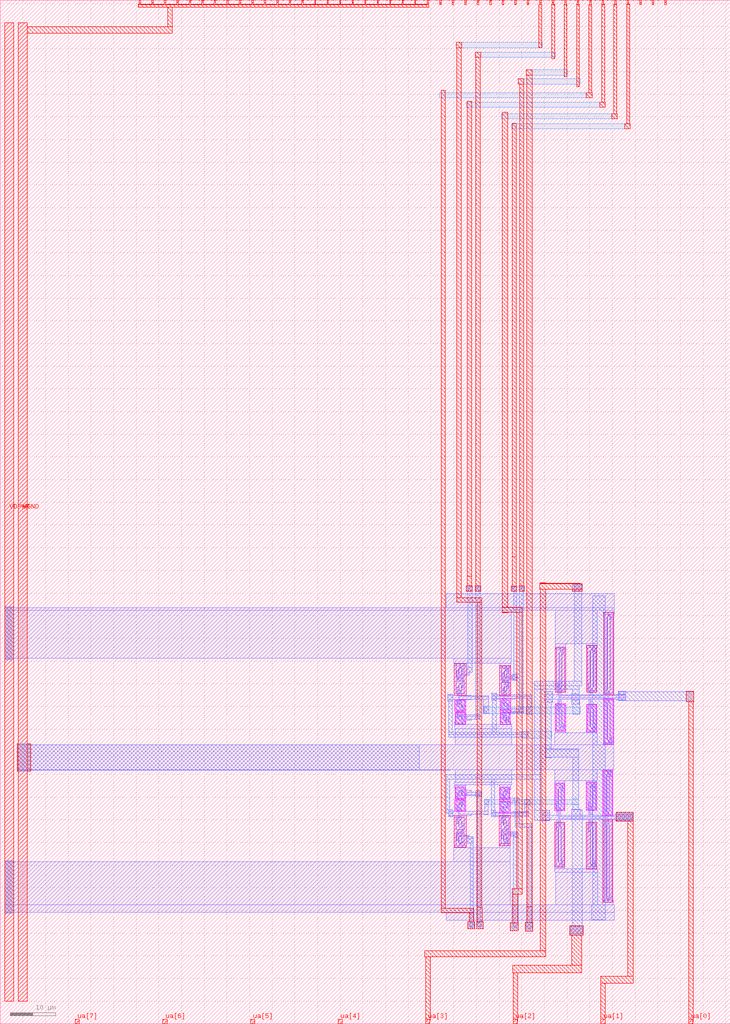
<source format=lef>
VERSION 5.7 ;
  NOWIREEXTENSIONATPIN ON ;
  DIVIDERCHAR "/" ;
  BUSBITCHARS "[]" ;
MACRO tt_um_sky25a_nurirfansyah_nauta
  CLASS BLOCK ;
  FOREIGN tt_um_sky25a_nurirfansyah_nauta ;
  ORIGIN 0.000 0.000 ;
  SIZE 161.000 BY 225.760 ;
  PIN clk
    DIRECTION INPUT ;
    USE SIGNAL ;
    PORT
      LAYER met4 ;
        RECT 143.830 224.760 144.130 225.760 ;
    END
  END clk
  PIN ena
    DIRECTION INPUT ;
    USE SIGNAL ;
    PORT
      LAYER met4 ;
        RECT 146.590 224.760 146.890 225.760 ;
    END
  END ena
  PIN rst_n
    DIRECTION INPUT ;
    USE SIGNAL ;
    PORT
      LAYER met4 ;
        RECT 141.070 224.760 141.370 225.760 ;
    END
  END rst_n
  PIN ua[0]
    DIRECTION INOUT ;
    USE SIGNAL ;
    ANTENNAGATEAREA 7.200000 ;
    PORT
      LAYER met4 ;
        RECT 151.810 0.000 152.710 1.000 ;
    END
  END ua[0]
  PIN ua[1]
    DIRECTION INOUT ;
    USE SIGNAL ;
    ANTENNAGATEAREA 7.200000 ;
    PORT
      LAYER met4 ;
        RECT 132.490 0.000 133.390 1.000 ;
    END
  END ua[1]
  PIN ua[2]
    DIRECTION INOUT ;
    USE SIGNAL ;
    ANTENNAGATEAREA 8.070000 ;
    ANTENNADIFFAREA 14.615999 ;
    PORT
      LAYER met4 ;
        RECT 113.170 0.000 114.070 1.000 ;
    END
  END ua[2]
  PIN ua[3]
    DIRECTION INOUT ;
    USE SIGNAL ;
    ANTENNAGATEAREA 8.070000 ;
    ANTENNADIFFAREA 14.615999 ;
    PORT
      LAYER met4 ;
        RECT 93.850 0.000 94.750 1.000 ;
    END
  END ua[3]
  PIN ua[4]
    DIRECTION INOUT ;
    USE SIGNAL ;
    PORT
      LAYER met4 ;
        RECT 74.530 0.000 75.430 1.000 ;
    END
  END ua[4]
  PIN ua[5]
    DIRECTION INOUT ;
    USE SIGNAL ;
    PORT
      LAYER met4 ;
        RECT 55.210 0.000 56.110 1.000 ;
    END
  END ua[5]
  PIN ua[6]
    DIRECTION INOUT ;
    USE SIGNAL ;
    PORT
      LAYER met4 ;
        RECT 35.890 0.000 36.790 1.000 ;
    END
  END ua[6]
  PIN ua[7]
    DIRECTION INOUT ;
    USE SIGNAL ;
    PORT
      LAYER met4 ;
        RECT 16.570 0.000 17.470 1.000 ;
    END
  END ua[7]
  PIN ui_in[0]
    DIRECTION INPUT ;
    USE SIGNAL ;
    ANTENNAGATEAREA 0.300000 ;
    PORT
      LAYER met4 ;
        RECT 138.310 224.760 138.610 225.760 ;
    END
  END ui_in[0]
  PIN ui_in[1]
    DIRECTION INPUT ;
    USE SIGNAL ;
    ANTENNAGATEAREA 0.300000 ;
    PORT
      LAYER met4 ;
        RECT 135.550 224.760 135.850 225.760 ;
    END
  END ui_in[1]
  PIN ui_in[2]
    DIRECTION INPUT ;
    USE SIGNAL ;
    ANTENNAGATEAREA 0.400000 ;
    PORT
      LAYER met4 ;
        RECT 132.790 224.760 133.090 225.760 ;
    END
  END ui_in[2]
  PIN ui_in[3]
    DIRECTION INPUT ;
    USE SIGNAL ;
    ANTENNAGATEAREA 0.400000 ;
    PORT
      LAYER met4 ;
        RECT 130.030 224.760 130.330 225.760 ;
    END
  END ui_in[3]
  PIN ui_in[4]
    DIRECTION INPUT ;
    USE SIGNAL ;
    ANTENNAGATEAREA 0.150000 ;
    PORT
      LAYER met4 ;
        RECT 127.270 224.760 127.570 225.760 ;
    END
  END ui_in[4]
  PIN ui_in[5]
    DIRECTION INPUT ;
    USE SIGNAL ;
    ANTENNAGATEAREA 0.150000 ;
    PORT
      LAYER met4 ;
        RECT 124.510 224.760 124.810 225.760 ;
    END
  END ui_in[5]
  PIN ui_in[6]
    DIRECTION INPUT ;
    USE SIGNAL ;
    ANTENNAGATEAREA 0.200000 ;
    PORT
      LAYER met4 ;
        RECT 121.750 224.760 122.050 225.760 ;
    END
  END ui_in[6]
  PIN ui_in[7]
    DIRECTION INPUT ;
    USE SIGNAL ;
    ANTENNAGATEAREA 0.200000 ;
    PORT
      LAYER met4 ;
        RECT 118.990 224.760 119.290 225.760 ;
    END
  END ui_in[7]
  PIN uio_in[0]
    DIRECTION INPUT ;
    USE SIGNAL ;
    PORT
      LAYER met4 ;
        RECT 116.230 224.760 116.530 225.760 ;
    END
  END uio_in[0]
  PIN uio_in[1]
    DIRECTION INPUT ;
    USE SIGNAL ;
    PORT
      LAYER met4 ;
        RECT 113.470 224.760 113.770 225.760 ;
    END
  END uio_in[1]
  PIN uio_in[2]
    DIRECTION INPUT ;
    USE SIGNAL ;
    PORT
      LAYER met4 ;
        RECT 110.710 224.760 111.010 225.760 ;
    END
  END uio_in[2]
  PIN uio_in[3]
    DIRECTION INPUT ;
    USE SIGNAL ;
    PORT
      LAYER met4 ;
        RECT 107.950 224.760 108.250 225.760 ;
    END
  END uio_in[3]
  PIN uio_in[4]
    DIRECTION INPUT ;
    USE SIGNAL ;
    PORT
      LAYER met4 ;
        RECT 105.190 224.760 105.490 225.760 ;
    END
  END uio_in[4]
  PIN uio_in[5]
    DIRECTION INPUT ;
    USE SIGNAL ;
    PORT
      LAYER met4 ;
        RECT 102.430 224.760 102.730 225.760 ;
    END
  END uio_in[5]
  PIN uio_in[6]
    DIRECTION INPUT ;
    USE SIGNAL ;
    PORT
      LAYER met4 ;
        RECT 99.670 224.760 99.970 225.760 ;
    END
  END uio_in[6]
  PIN uio_in[7]
    DIRECTION INPUT ;
    USE SIGNAL ;
    PORT
      LAYER met4 ;
        RECT 96.910 224.760 97.210 225.760 ;
    END
  END uio_in[7]
  PIN uio_oe[0]
    DIRECTION OUTPUT ;
    USE SIGNAL ;
    ANTENNADIFFAREA 37.691998 ;
    PORT
      LAYER met4 ;
        RECT 49.990 224.760 50.290 225.760 ;
    END
  END uio_oe[0]
  PIN uio_oe[1]
    DIRECTION OUTPUT ;
    USE SIGNAL ;
    ANTENNADIFFAREA 37.691998 ;
    PORT
      LAYER met4 ;
        RECT 47.230 224.760 47.530 225.760 ;
    END
  END uio_oe[1]
  PIN uio_oe[2]
    DIRECTION OUTPUT ;
    USE SIGNAL ;
    ANTENNADIFFAREA 37.691998 ;
    PORT
      LAYER met4 ;
        RECT 44.470 224.760 44.770 225.760 ;
    END
  END uio_oe[2]
  PIN uio_oe[3]
    DIRECTION OUTPUT ;
    USE SIGNAL ;
    ANTENNADIFFAREA 37.691998 ;
    PORT
      LAYER met4 ;
        RECT 41.710 224.760 42.010 225.760 ;
    END
  END uio_oe[3]
  PIN uio_oe[4]
    DIRECTION OUTPUT ;
    USE SIGNAL ;
    ANTENNADIFFAREA 37.691998 ;
    PORT
      LAYER met4 ;
        RECT 38.950 224.760 39.250 225.760 ;
    END
  END uio_oe[4]
  PIN uio_oe[5]
    DIRECTION OUTPUT ;
    USE SIGNAL ;
    ANTENNADIFFAREA 37.691998 ;
    PORT
      LAYER met4 ;
        RECT 36.190 224.760 36.490 225.760 ;
    END
  END uio_oe[5]
  PIN uio_oe[6]
    DIRECTION OUTPUT ;
    USE SIGNAL ;
    ANTENNADIFFAREA 37.691998 ;
    PORT
      LAYER met4 ;
        RECT 33.430 224.760 33.730 225.760 ;
    END
  END uio_oe[6]
  PIN uio_oe[7]
    DIRECTION OUTPUT ;
    USE SIGNAL ;
    ANTENNADIFFAREA 37.691998 ;
    PORT
      LAYER met4 ;
        RECT 30.670 224.760 30.970 225.760 ;
    END
  END uio_oe[7]
  PIN uio_out[0]
    DIRECTION OUTPUT ;
    USE SIGNAL ;
    ANTENNADIFFAREA 37.691998 ;
    PORT
      LAYER met4 ;
        RECT 72.070 224.760 72.370 225.760 ;
    END
  END uio_out[0]
  PIN uio_out[1]
    DIRECTION OUTPUT ;
    USE SIGNAL ;
    ANTENNADIFFAREA 37.691998 ;
    PORT
      LAYER met4 ;
        RECT 69.310 224.760 69.610 225.760 ;
    END
  END uio_out[1]
  PIN uio_out[2]
    DIRECTION OUTPUT ;
    USE SIGNAL ;
    ANTENNADIFFAREA 37.691998 ;
    PORT
      LAYER met4 ;
        RECT 66.550 224.760 66.850 225.760 ;
    END
  END uio_out[2]
  PIN uio_out[3]
    DIRECTION OUTPUT ;
    USE SIGNAL ;
    ANTENNADIFFAREA 37.691998 ;
    PORT
      LAYER met4 ;
        RECT 63.790 224.760 64.090 225.760 ;
    END
  END uio_out[3]
  PIN uio_out[4]
    DIRECTION OUTPUT ;
    USE SIGNAL ;
    ANTENNADIFFAREA 37.691998 ;
    PORT
      LAYER met4 ;
        RECT 61.030 224.760 61.330 225.760 ;
    END
  END uio_out[4]
  PIN uio_out[5]
    DIRECTION OUTPUT ;
    USE SIGNAL ;
    ANTENNADIFFAREA 37.691998 ;
    PORT
      LAYER met4 ;
        RECT 58.270 224.760 58.570 225.760 ;
    END
  END uio_out[5]
  PIN uio_out[6]
    DIRECTION OUTPUT ;
    USE SIGNAL ;
    ANTENNADIFFAREA 37.691998 ;
    PORT
      LAYER met4 ;
        RECT 55.510 224.760 55.810 225.760 ;
    END
  END uio_out[6]
  PIN uio_out[7]
    DIRECTION OUTPUT ;
    USE SIGNAL ;
    ANTENNADIFFAREA 37.691998 ;
    PORT
      LAYER met4 ;
        RECT 52.750 224.760 53.050 225.760 ;
    END
  END uio_out[7]
  PIN uo_out[0]
    DIRECTION OUTPUT ;
    USE SIGNAL ;
    ANTENNADIFFAREA 37.691998 ;
    PORT
      LAYER met4 ;
        RECT 94.150 224.760 94.450 225.760 ;
    END
  END uo_out[0]
  PIN uo_out[1]
    DIRECTION OUTPUT ;
    USE SIGNAL ;
    ANTENNADIFFAREA 37.691998 ;
    PORT
      LAYER met4 ;
        RECT 91.390 224.760 91.690 225.760 ;
    END
  END uo_out[1]
  PIN uo_out[2]
    DIRECTION OUTPUT ;
    USE SIGNAL ;
    ANTENNADIFFAREA 37.691998 ;
    PORT
      LAYER met4 ;
        RECT 88.630 224.760 88.930 225.760 ;
    END
  END uo_out[2]
  PIN uo_out[3]
    DIRECTION OUTPUT ;
    USE SIGNAL ;
    ANTENNADIFFAREA 37.691998 ;
    PORT
      LAYER met4 ;
        RECT 85.870 224.760 86.170 225.760 ;
    END
  END uo_out[3]
  PIN uo_out[4]
    DIRECTION OUTPUT ;
    USE SIGNAL ;
    ANTENNADIFFAREA 37.691998 ;
    PORT
      LAYER met4 ;
        RECT 83.110 224.760 83.410 225.760 ;
    END
  END uo_out[4]
  PIN uo_out[5]
    DIRECTION OUTPUT ;
    USE SIGNAL ;
    ANTENNADIFFAREA 37.691998 ;
    PORT
      LAYER met4 ;
        RECT 80.350 224.760 80.650 225.760 ;
    END
  END uo_out[5]
  PIN uo_out[6]
    DIRECTION OUTPUT ;
    USE SIGNAL ;
    ANTENNADIFFAREA 37.691998 ;
    PORT
      LAYER met4 ;
        RECT 77.590 224.760 77.890 225.760 ;
    END
  END uo_out[6]
  PIN uo_out[7]
    DIRECTION OUTPUT ;
    USE SIGNAL ;
    ANTENNADIFFAREA 37.691998 ;
    PORT
      LAYER met4 ;
        RECT 74.830 224.760 75.130 225.760 ;
    END
  END uo_out[7]
  PIN VDPWR
    DIRECTION INOUT ;
    USE POWER ;
    PORT
      LAYER met4 ;
        RECT 1.000 5.000 3.000 220.760 ;
    END
  END VDPWR
  PIN VGND
    DIRECTION INOUT ;
    USE GROUND ;
    PORT
      LAYER met4 ;
        RECT 4.000 5.000 6.000 220.760 ;
    END
  END VGND
  OBS
      LAYER nwell ;
        RECT 100.090 72.450 102.740 79.400 ;
        RECT 110.190 72.300 112.590 78.950 ;
        RECT 122.430 73.150 124.690 82.940 ;
        RECT 129.330 73.150 131.590 83.340 ;
        RECT 133.080 72.600 135.340 90.790 ;
      LAYER pwell ;
        RECT 100.290 68.910 102.650 71.510 ;
        RECT 110.280 69.150 112.540 71.750 ;
        RECT 100.300 66.150 102.660 68.750 ;
        RECT 110.290 68.700 112.540 69.150 ;
        RECT 110.230 68.650 112.540 68.700 ;
        RECT 110.230 66.100 112.490 68.650 ;
        RECT 122.430 64.650 124.690 70.550 ;
        RECT 129.330 64.400 131.590 70.500 ;
        RECT 133.080 61.600 135.340 71.700 ;
        RECT 100.300 49.600 102.660 52.200 ;
        RECT 110.130 49.550 112.390 52.100 ;
        RECT 110.130 49.500 112.440 49.550 ;
        RECT 100.290 46.840 102.650 49.440 ;
        RECT 110.190 49.050 112.440 49.500 ;
        RECT 110.180 46.450 112.440 49.050 ;
        RECT 122.280 47.000 124.540 52.900 ;
        RECT 129.280 47.050 131.540 53.150 ;
      LAYER nwell ;
        RECT 100.090 38.950 102.740 45.900 ;
        RECT 110.090 39.250 112.490 45.900 ;
      LAYER pwell ;
        RECT 132.880 45.850 135.140 55.950 ;
      LAYER nwell ;
        RECT 122.280 34.610 124.540 44.400 ;
        RECT 129.280 34.210 131.540 44.400 ;
        RECT 132.880 26.760 135.140 44.950 ;
      LAYER li1 ;
        RECT 133.040 90.300 135.390 90.750 ;
        RECT 122.440 82.600 124.690 83.150 ;
        RECT 129.290 82.950 131.640 83.450 ;
        RECT 122.610 82.590 124.510 82.600 ;
        RECT 100.090 79.000 102.740 79.450 ;
        RECT 100.420 76.520 100.590 79.000 ;
        RECT 101.220 78.500 101.620 78.670 ;
        RECT 100.990 77.245 101.160 78.285 ;
        RECT 101.680 77.245 101.850 78.285 ;
        RECT 101.220 76.860 101.620 77.030 ;
        RECT 102.250 76.520 102.420 79.000 ;
        RECT 110.190 78.500 112.590 78.900 ;
        RECT 100.420 76.350 102.420 76.520 ;
        RECT 110.460 78.440 112.360 78.500 ;
        RECT 100.890 75.600 101.940 76.350 ;
        RECT 110.460 75.950 110.630 78.440 ;
        RECT 111.245 77.930 111.575 78.100 ;
        RECT 111.030 76.675 111.200 77.715 ;
        RECT 111.620 76.675 111.790 77.715 ;
        RECT 111.245 76.290 111.575 76.460 ;
        RECT 112.190 75.950 112.360 78.440 ;
        RECT 110.460 75.780 112.360 75.950 ;
        RECT 100.440 75.430 102.440 75.600 ;
        RECT 100.440 72.940 100.610 75.430 ;
        RECT 101.240 74.920 101.640 75.090 ;
        RECT 101.010 73.665 101.180 74.705 ;
        RECT 101.700 73.665 101.870 74.705 ;
        RECT 101.240 73.280 101.640 73.450 ;
        RECT 102.270 72.940 102.440 75.430 ;
        RECT 110.640 75.360 112.190 75.780 ;
        RECT 100.440 72.770 102.440 72.940 ;
        RECT 110.460 75.190 112.360 75.360 ;
        RECT 110.460 72.700 110.630 75.190 ;
        RECT 111.245 74.680 111.575 74.850 ;
        RECT 111.030 73.425 111.200 74.465 ;
        RECT 111.620 73.425 111.790 74.465 ;
        RECT 111.245 73.040 111.575 73.210 ;
        RECT 112.190 72.700 112.360 75.190 ;
        RECT 122.610 73.500 122.780 82.590 ;
        RECT 123.395 82.080 123.725 82.250 ;
        RECT 123.180 74.225 123.350 81.865 ;
        RECT 123.770 74.225 123.940 81.865 ;
        RECT 123.395 73.840 123.725 74.010 ;
        RECT 124.340 73.500 124.510 82.590 ;
        RECT 122.610 73.330 124.510 73.500 ;
        RECT 129.510 73.500 129.680 82.950 ;
        RECT 130.295 82.480 130.625 82.650 ;
        RECT 130.080 74.225 130.250 82.265 ;
        RECT 130.670 74.225 130.840 82.265 ;
        RECT 130.295 73.840 130.625 74.010 ;
        RECT 131.240 73.500 131.410 82.950 ;
        RECT 129.510 73.330 131.410 73.500 ;
        RECT 133.260 72.950 133.430 90.300 ;
        RECT 134.045 89.930 134.375 90.100 ;
        RECT 133.830 73.675 134.000 89.715 ;
        RECT 134.420 73.675 134.590 89.715 ;
        RECT 134.045 73.290 134.375 73.460 ;
        RECT 134.990 72.950 135.160 90.300 ;
        RECT 133.260 72.780 135.160 72.950 ;
        RECT 110.460 72.530 112.360 72.700 ;
        RECT 110.460 71.400 112.360 71.570 ;
        RECT 100.470 71.160 102.470 71.330 ;
        RECT 100.470 69.260 100.640 71.160 ;
        RECT 101.270 70.650 101.670 70.820 ;
        RECT 101.040 69.940 101.210 70.480 ;
        RECT 101.730 69.940 101.900 70.480 ;
        RECT 101.270 69.600 101.670 69.770 ;
        RECT 102.300 69.260 102.470 71.160 ;
        RECT 110.460 69.500 110.630 71.400 ;
        RECT 111.245 70.890 111.575 71.060 ;
        RECT 111.030 70.180 111.200 70.720 ;
        RECT 111.620 70.180 111.790 70.720 ;
        RECT 111.245 69.840 111.575 70.010 ;
        RECT 112.190 69.500 112.360 71.400 ;
        RECT 133.260 71.350 135.160 71.520 ;
        RECT 110.460 69.330 112.360 69.500 ;
        RECT 122.610 70.200 124.510 70.370 ;
        RECT 100.470 69.090 102.470 69.260 ;
        RECT 101.090 68.570 101.790 69.090 ;
        RECT 100.480 68.400 102.480 68.570 ;
        RECT 100.480 66.500 100.650 68.400 ;
        RECT 101.280 67.890 101.680 68.060 ;
        RECT 101.050 67.180 101.220 67.720 ;
        RECT 101.740 67.180 101.910 67.720 ;
        RECT 101.280 66.840 101.680 67.010 ;
        RECT 102.310 66.500 102.480 68.400 ;
        RECT 110.410 68.350 112.310 68.520 ;
        RECT 100.290 65.900 102.640 66.500 ;
        RECT 110.410 66.450 110.580 68.350 ;
        RECT 111.195 67.840 111.525 68.010 ;
        RECT 110.980 67.130 111.150 67.670 ;
        RECT 111.570 67.130 111.740 67.670 ;
        RECT 111.195 66.790 111.525 66.960 ;
        RECT 112.140 66.450 112.310 68.350 ;
        RECT 110.240 65.950 112.640 66.450 ;
        RECT 122.610 65.000 122.780 70.200 ;
        RECT 123.395 69.690 123.725 69.860 ;
        RECT 123.180 65.680 123.350 69.520 ;
        RECT 123.770 65.680 123.940 69.520 ;
        RECT 123.395 65.340 123.725 65.510 ;
        RECT 124.340 65.000 124.510 70.200 ;
        RECT 129.510 70.150 131.410 70.320 ;
        RECT 122.390 64.400 124.690 65.000 ;
        RECT 129.510 64.750 129.680 70.150 ;
        RECT 130.295 69.640 130.625 69.810 ;
        RECT 130.080 65.430 130.250 69.470 ;
        RECT 130.670 65.430 130.840 69.470 ;
        RECT 130.295 65.090 130.625 65.260 ;
        RECT 131.240 64.750 131.410 70.150 ;
        RECT 129.290 64.150 131.590 64.750 ;
        RECT 133.260 61.950 133.430 71.350 ;
        RECT 134.045 70.840 134.375 71.010 ;
        RECT 133.830 62.630 134.000 70.670 ;
        RECT 134.420 62.630 134.590 70.670 ;
        RECT 134.045 62.290 134.375 62.460 ;
        RECT 134.990 61.950 135.160 71.350 ;
        RECT 133.260 61.900 135.160 61.950 ;
        RECT 133.090 61.550 135.340 61.900 ;
        RECT 132.890 55.650 135.140 56.000 ;
        RECT 133.060 55.600 134.960 55.650 ;
        RECT 122.240 52.550 124.540 53.150 ;
        RECT 129.240 52.800 131.540 53.400 ;
        RECT 100.290 51.850 102.640 52.450 ;
        RECT 100.480 49.950 100.650 51.850 ;
        RECT 101.280 51.340 101.680 51.510 ;
        RECT 101.050 50.630 101.220 51.170 ;
        RECT 101.740 50.630 101.910 51.170 ;
        RECT 101.280 50.290 101.680 50.460 ;
        RECT 102.310 49.950 102.480 51.850 ;
        RECT 110.140 51.750 112.540 52.250 ;
        RECT 100.480 49.780 102.480 49.950 ;
        RECT 110.310 49.850 110.480 51.750 ;
        RECT 111.095 51.240 111.425 51.410 ;
        RECT 110.880 50.530 111.050 51.070 ;
        RECT 111.470 50.530 111.640 51.070 ;
        RECT 111.095 50.190 111.425 50.360 ;
        RECT 112.040 49.850 112.210 51.750 ;
        RECT 101.090 49.260 101.790 49.780 ;
        RECT 110.310 49.680 112.210 49.850 ;
        RECT 100.470 49.090 102.470 49.260 ;
        RECT 100.470 47.190 100.640 49.090 ;
        RECT 101.270 48.580 101.670 48.750 ;
        RECT 101.040 47.870 101.210 48.410 ;
        RECT 101.730 47.870 101.900 48.410 ;
        RECT 101.270 47.530 101.670 47.700 ;
        RECT 102.300 47.190 102.470 49.090 ;
        RECT 100.470 47.020 102.470 47.190 ;
        RECT 110.360 48.700 112.260 48.870 ;
        RECT 110.360 46.800 110.530 48.700 ;
        RECT 111.145 48.190 111.475 48.360 ;
        RECT 110.930 47.480 111.100 48.020 ;
        RECT 111.520 47.480 111.690 48.020 ;
        RECT 111.145 47.140 111.475 47.310 ;
        RECT 112.090 46.800 112.260 48.700 ;
        RECT 122.460 47.350 122.630 52.550 ;
        RECT 123.245 52.040 123.575 52.210 ;
        RECT 123.030 48.030 123.200 51.870 ;
        RECT 123.620 48.030 123.790 51.870 ;
        RECT 123.245 47.690 123.575 47.860 ;
        RECT 124.190 47.350 124.360 52.550 ;
        RECT 122.460 47.180 124.360 47.350 ;
        RECT 129.460 47.400 129.630 52.800 ;
        RECT 130.245 52.290 130.575 52.460 ;
        RECT 130.030 48.080 130.200 52.120 ;
        RECT 130.620 48.080 130.790 52.120 ;
        RECT 130.245 47.740 130.575 47.910 ;
        RECT 131.190 47.400 131.360 52.800 ;
        RECT 129.460 47.230 131.360 47.400 ;
        RECT 110.360 46.630 112.260 46.800 ;
        RECT 133.060 46.200 133.230 55.600 ;
        RECT 133.845 55.090 134.175 55.260 ;
        RECT 133.630 46.880 133.800 54.920 ;
        RECT 134.220 46.880 134.390 54.920 ;
        RECT 133.845 46.540 134.175 46.710 ;
        RECT 134.790 46.200 134.960 55.600 ;
        RECT 133.060 46.030 134.960 46.200 ;
        RECT 100.440 45.410 102.440 45.580 ;
        RECT 100.440 42.920 100.610 45.410 ;
        RECT 101.240 44.900 101.640 45.070 ;
        RECT 101.010 43.645 101.180 44.685 ;
        RECT 101.700 43.645 101.870 44.685 ;
        RECT 101.240 43.260 101.640 43.430 ;
        RECT 102.270 42.920 102.440 45.410 ;
        RECT 100.440 42.750 102.440 42.920 ;
        RECT 110.360 45.500 112.260 45.670 ;
        RECT 110.360 43.010 110.530 45.500 ;
        RECT 111.145 44.990 111.475 45.160 ;
        RECT 110.930 43.735 111.100 44.775 ;
        RECT 111.520 43.735 111.690 44.775 ;
        RECT 111.145 43.350 111.475 43.520 ;
        RECT 112.090 43.010 112.260 45.500 ;
        RECT 133.060 44.600 134.960 44.770 ;
        RECT 110.360 42.840 112.260 43.010 ;
        RECT 122.460 44.050 124.360 44.220 ;
        RECT 100.890 42.000 101.940 42.750 ;
        RECT 110.540 42.420 112.090 42.840 ;
        RECT 110.360 42.250 112.260 42.420 ;
        RECT 100.420 41.830 102.420 42.000 ;
        RECT 100.420 39.350 100.590 41.830 ;
        RECT 101.220 41.320 101.620 41.490 ;
        RECT 100.990 40.065 101.160 41.105 ;
        RECT 101.680 40.065 101.850 41.105 ;
        RECT 101.220 39.680 101.620 39.850 ;
        RECT 102.250 39.350 102.420 41.830 ;
        RECT 110.360 39.760 110.530 42.250 ;
        RECT 111.145 41.740 111.475 41.910 ;
        RECT 110.930 40.485 111.100 41.525 ;
        RECT 111.520 40.485 111.690 41.525 ;
        RECT 111.145 40.100 111.475 40.270 ;
        RECT 112.090 39.760 112.260 42.250 ;
        RECT 110.360 39.700 112.260 39.760 ;
        RECT 100.090 38.900 102.740 39.350 ;
        RECT 110.090 39.300 112.490 39.700 ;
        RECT 122.460 34.960 122.630 44.050 ;
        RECT 123.245 43.540 123.575 43.710 ;
        RECT 123.030 35.685 123.200 43.325 ;
        RECT 123.620 35.685 123.790 43.325 ;
        RECT 123.245 35.300 123.575 35.470 ;
        RECT 124.190 34.960 124.360 44.050 ;
        RECT 122.460 34.950 124.360 34.960 ;
        RECT 129.460 44.050 131.360 44.220 ;
        RECT 122.290 34.400 124.540 34.950 ;
        RECT 129.460 34.600 129.630 44.050 ;
        RECT 130.245 43.540 130.575 43.710 ;
        RECT 130.030 35.285 130.200 43.325 ;
        RECT 130.620 35.285 130.790 43.325 ;
        RECT 130.245 34.900 130.575 35.070 ;
        RECT 131.190 34.600 131.360 44.050 ;
        RECT 129.240 34.100 131.590 34.600 ;
        RECT 133.060 27.250 133.230 44.600 ;
        RECT 133.845 44.090 134.175 44.260 ;
        RECT 133.630 27.835 133.800 43.875 ;
        RECT 134.220 27.835 134.390 43.875 ;
        RECT 133.845 27.450 134.175 27.620 ;
        RECT 134.790 27.250 134.960 44.600 ;
        RECT 132.840 26.800 135.190 27.250 ;
      LAYER met1 ;
        RECT 103.140 95.450 104.140 96.450 ;
        RECT 104.890 95.400 105.890 96.400 ;
        RECT 112.940 95.400 113.940 96.400 ;
        RECT 114.490 95.350 115.490 96.350 ;
        RECT 126.590 95.400 128.240 96.950 ;
        RECT 1.000 91.750 3.000 92.000 ;
        RECT 98.340 91.750 135.440 94.850 ;
        RECT 1.000 91.150 135.440 91.750 ;
        RECT 1.000 80.600 112.740 91.150 ;
        RECT 122.440 83.850 131.690 91.150 ;
        RECT 133.040 90.300 135.390 91.150 ;
        RECT 133.990 89.900 134.390 90.150 ;
        RECT 134.590 89.695 134.940 90.300 ;
        RECT 122.440 82.600 124.690 83.850 ;
        RECT 129.290 82.950 131.640 83.850 ;
        RECT 123.390 82.050 123.740 82.350 ;
        RECT 123.940 81.845 124.140 82.600 ;
        RECT 130.290 82.400 130.640 82.750 ;
        RECT 130.840 82.245 131.140 82.950 ;
        RECT 1.000 80.250 3.000 80.600 ;
        RECT 100.040 79.500 112.740 80.600 ;
        RECT 100.090 79.000 102.740 79.500 ;
        RECT 101.240 78.450 101.640 78.750 ;
        RECT 101.840 78.265 102.190 79.000 ;
        RECT 100.960 77.950 101.190 78.265 ;
        RECT 100.690 77.265 101.190 77.950 ;
        RECT 101.650 77.600 102.190 78.265 ;
        RECT 101.650 77.265 101.880 77.600 ;
        RECT 103.040 77.550 104.140 78.600 ;
        RECT 110.190 78.500 112.590 79.500 ;
        RECT 111.240 77.950 111.590 78.250 ;
        RECT 111.265 77.900 111.555 77.950 ;
        RECT 111.790 77.695 112.040 78.500 ;
        RECT 103.040 77.500 104.040 77.550 ;
        RECT 100.690 76.250 101.040 77.265 ;
        RECT 101.240 77.050 101.600 77.060 ;
        RECT 103.040 77.050 103.490 77.500 ;
        RECT 111.000 77.400 111.230 77.695 ;
        RECT 101.240 76.750 103.490 77.050 ;
        RECT 110.740 76.695 111.230 77.400 ;
        RECT 111.590 77.150 112.040 77.695 ;
        RECT 111.590 76.695 111.820 77.150 ;
        RECT 112.990 76.850 113.990 77.050 ;
        RECT 100.690 75.900 102.190 76.250 ;
        RECT 101.240 74.850 101.640 75.150 ;
        RECT 101.840 74.685 102.190 75.900 ;
        RECT 110.740 75.700 111.040 76.695 ;
        RECT 112.690 76.550 113.990 76.850 ;
        RECT 111.240 76.200 113.990 76.550 ;
        RECT 112.690 75.850 113.990 76.200 ;
        RECT 112.990 75.750 113.990 75.850 ;
        RECT 110.740 75.400 112.090 75.700 ;
        RECT 100.980 74.200 101.210 74.685 ;
        RECT 100.790 73.685 101.210 74.200 ;
        RECT 101.670 74.200 102.190 74.685 ;
        RECT 111.240 74.650 111.590 74.950 ;
        RECT 111.790 74.445 112.090 75.400 ;
        RECT 123.150 74.900 123.380 81.845 ;
        RECT 101.670 73.685 101.900 74.200 ;
        RECT 111.000 73.950 111.230 74.445 ;
        RECT 98.740 72.500 99.840 72.700 ;
        RECT 100.790 72.500 101.040 73.685 ;
        RECT 98.740 71.500 101.040 72.500 ;
        RECT 98.740 71.150 99.840 71.500 ;
        RECT 100.790 70.460 101.040 71.500 ;
        RECT 101.240 72.500 101.690 73.500 ;
        RECT 110.840 73.445 111.230 73.950 ;
        RECT 111.590 73.900 112.090 74.445 ;
        RECT 122.940 74.245 123.380 74.900 ;
        RECT 123.740 81.350 124.140 81.845 ;
        RECT 123.740 74.245 123.970 81.350 ;
        RECT 130.050 75.200 130.280 82.245 ;
        RECT 129.790 74.245 130.280 75.200 ;
        RECT 130.640 81.550 131.140 82.245 ;
        RECT 130.640 74.245 130.870 81.550 ;
        RECT 111.590 73.445 111.820 73.900 ;
        RECT 108.440 72.550 109.540 72.850 ;
        RECT 101.240 72.300 103.840 72.500 ;
        RECT 101.240 72.150 107.690 72.300 ;
        RECT 108.440 72.200 110.290 72.550 ;
        RECT 110.840 72.200 111.040 73.445 ;
        RECT 101.240 71.600 107.740 72.150 ;
        RECT 101.240 71.500 103.840 71.600 ;
        RECT 101.240 70.600 101.690 71.500 ;
        RECT 100.790 70.050 101.240 70.460 ;
        RECT 101.010 69.960 101.240 70.050 ;
        RECT 101.700 70.200 101.930 70.460 ;
        RECT 101.700 69.960 102.140 70.200 ;
        RECT 101.240 69.550 101.690 69.800 ;
        RECT 101.890 68.950 102.140 69.960 ;
        RECT 100.790 68.750 102.140 68.950 ;
        RECT 100.790 67.700 101.040 68.750 ;
        RECT 106.540 68.350 107.740 71.600 ;
        RECT 108.440 71.800 111.040 72.200 ;
        RECT 108.440 71.550 110.290 71.800 ;
        RECT 108.440 71.300 109.540 71.550 ;
        RECT 110.840 70.700 111.040 71.800 ;
        RECT 111.240 72.200 111.590 73.300 ;
        RECT 119.990 72.550 121.840 73.300 ;
        RECT 122.940 72.550 123.190 74.245 ;
        RECT 112.590 72.200 117.140 72.550 ;
        RECT 111.240 71.800 117.140 72.200 ;
        RECT 111.240 70.850 111.590 71.800 ;
        RECT 112.590 71.750 117.140 71.800 ;
        RECT 112.590 71.550 113.590 71.750 ;
        RECT 110.840 70.200 111.230 70.700 ;
        RECT 111.590 70.550 111.820 70.700 ;
        RECT 111.590 70.200 112.040 70.550 ;
        RECT 111.240 69.800 111.590 70.050 ;
        RECT 111.790 69.400 112.040 70.200 ;
        RECT 116.240 69.950 117.140 71.750 ;
        RECT 119.990 71.550 123.190 72.550 ;
        RECT 119.990 70.950 121.840 71.550 ;
        RECT 110.790 69.150 112.040 69.400 ;
        RECT 112.590 69.450 113.590 69.500 ;
        RECT 114.390 69.450 115.490 69.950 ;
        RECT 101.240 67.850 105.890 68.100 ;
        RECT 100.790 67.450 101.250 67.700 ;
        RECT 101.020 67.200 101.250 67.450 ;
        RECT 101.710 67.500 101.940 67.700 ;
        RECT 101.710 67.200 102.140 67.500 ;
        RECT 101.240 66.800 101.690 67.050 ;
        RECT 101.840 66.500 102.140 67.200 ;
        RECT 102.840 67.150 105.890 67.850 ;
        RECT 110.790 67.650 111.040 69.150 ;
        RECT 112.590 68.850 115.490 69.450 ;
        RECT 111.240 68.650 115.490 68.850 ;
        RECT 111.240 68.500 113.590 68.650 ;
        RECT 111.240 68.040 111.590 68.500 ;
        RECT 114.390 68.350 115.490 68.650 ;
        RECT 116.040 68.300 117.290 69.950 ;
        RECT 122.940 69.500 123.190 71.550 ;
        RECT 123.390 72.550 123.740 74.050 ;
        RECT 125.990 72.550 127.740 72.750 ;
        RECT 129.790 72.550 130.090 74.245 ;
        RECT 130.315 74.000 130.605 74.040 ;
        RECT 133.800 74.000 134.030 89.695 ;
        RECT 130.290 72.550 130.640 74.000 ;
        RECT 133.640 73.695 134.030 74.000 ;
        RECT 134.390 89.250 134.940 89.695 ;
        RECT 134.390 73.695 134.620 89.250 ;
        RECT 123.390 72.350 133.040 72.550 ;
        RECT 133.640 72.350 133.840 73.695 ;
        RECT 134.065 73.400 134.355 73.490 ;
        RECT 123.390 71.900 133.840 72.350 ;
        RECT 123.390 71.550 133.040 71.900 ;
        RECT 123.390 69.650 123.740 71.550 ;
        RECT 125.990 70.450 127.740 71.550 ;
        RECT 122.940 68.950 123.380 69.500 ;
        RECT 111.215 67.810 111.590 68.040 ;
        RECT 111.240 67.800 111.590 67.810 ;
        RECT 110.790 67.350 111.180 67.650 ;
        RECT 110.950 67.150 111.180 67.350 ;
        RECT 111.540 67.500 111.770 67.650 ;
        RECT 111.540 67.150 112.040 67.500 ;
        RECT 102.840 66.900 103.840 67.150 ;
        RECT 111.240 66.990 111.590 67.000 ;
        RECT 111.215 66.760 111.590 66.990 ;
        RECT 111.240 66.750 111.590 66.760 ;
        RECT 100.290 66.100 102.640 66.500 ;
        RECT 111.740 66.450 112.040 67.150 ;
        RECT 110.240 66.100 112.640 66.450 ;
        RECT 100.290 65.050 112.790 66.100 ;
        RECT 123.150 65.700 123.380 68.950 ;
        RECT 123.740 66.150 123.970 69.500 ;
        RECT 129.790 69.450 130.090 71.550 ;
        RECT 130.290 69.600 130.640 71.550 ;
        RECT 133.640 70.650 133.840 71.900 ;
        RECT 134.040 72.350 134.390 73.400 ;
        RECT 136.250 72.700 137.950 73.350 ;
        RECT 135.990 72.550 137.950 72.700 ;
        RECT 135.140 72.350 137.950 72.550 ;
        RECT 134.040 71.900 137.950 72.350 ;
        RECT 134.040 71.200 134.390 71.900 ;
        RECT 135.140 71.550 137.950 71.900 ;
        RECT 135.990 71.400 137.950 71.550 ;
        RECT 135.990 71.300 137.640 71.400 ;
        RECT 134.040 70.800 134.440 71.200 ;
        RECT 133.640 70.200 134.030 70.650 ;
        RECT 129.790 68.700 130.280 69.450 ;
        RECT 123.740 65.700 124.240 66.150 ;
        RECT 123.390 65.250 123.740 65.550 ;
        RECT 3.700 61.500 6.700 61.700 ;
        RECT 100.390 61.550 112.790 65.050 ;
        RECT 123.940 65.000 124.240 65.700 ;
        RECT 130.050 65.450 130.280 68.700 ;
        RECT 130.640 66.250 130.870 69.450 ;
        RECT 130.640 65.450 131.140 66.250 ;
        RECT 122.390 64.200 124.690 65.000 ;
        RECT 130.290 64.950 130.640 65.300 ;
        RECT 130.840 64.750 131.140 65.450 ;
        RECT 129.290 64.200 131.590 64.750 ;
        RECT 122.240 61.550 131.690 64.200 ;
        RECT 133.800 62.650 134.030 70.200 ;
        RECT 134.390 63.080 134.620 70.650 ;
        RECT 134.390 62.650 134.830 63.080 ;
        RECT 134.065 62.460 134.355 62.490 ;
        RECT 134.050 62.120 134.390 62.460 ;
        RECT 134.620 61.900 134.830 62.650 ;
        RECT 133.040 61.550 135.340 61.900 ;
        RECT 98.390 61.500 135.340 61.550 ;
        RECT 3.700 56.000 135.340 61.500 ;
        RECT 3.700 55.900 99.350 56.000 ;
        RECT 3.700 55.700 6.700 55.900 ;
        RECT 100.390 53.300 112.790 56.000 ;
        RECT 100.290 52.750 112.790 53.300 ;
        RECT 122.240 53.550 131.690 56.000 ;
        RECT 132.840 55.650 135.140 56.000 ;
        RECT 133.850 55.090 134.190 55.430 ;
        RECT 133.865 55.060 134.155 55.090 ;
        RECT 134.420 54.900 134.630 55.650 ;
        RECT 100.290 51.850 102.640 52.750 ;
        RECT 101.240 51.300 101.690 51.550 ;
        RECT 101.840 51.150 102.140 51.850 ;
        RECT 110.140 51.750 112.540 52.750 ;
        RECT 122.240 52.550 124.540 53.550 ;
        RECT 129.240 52.800 131.540 53.550 ;
        RECT 123.240 52.000 123.590 52.300 ;
        RECT 123.790 51.850 124.090 52.550 ;
        RECT 130.240 52.250 130.590 52.600 ;
        RECT 130.790 52.100 131.090 52.800 ;
        RECT 101.020 50.900 101.250 51.150 ;
        RECT 100.790 50.650 101.250 50.900 ;
        RECT 101.710 50.850 102.140 51.150 ;
        RECT 102.840 51.100 103.840 51.450 ;
        RECT 111.140 51.440 111.490 51.450 ;
        RECT 104.840 51.100 106.090 51.400 ;
        RECT 111.115 51.210 111.490 51.440 ;
        RECT 111.140 51.200 111.490 51.210 ;
        RECT 101.710 50.650 101.940 50.850 ;
        RECT 100.790 49.600 101.040 50.650 ;
        RECT 102.840 50.500 106.090 51.100 ;
        RECT 111.640 51.050 111.940 51.750 ;
        RECT 110.850 50.850 111.080 51.050 ;
        RECT 101.240 50.300 106.090 50.500 ;
        RECT 110.690 50.550 111.080 50.850 ;
        RECT 111.440 50.700 111.940 51.050 ;
        RECT 111.440 50.550 111.670 50.700 ;
        RECT 101.240 50.250 103.540 50.300 ;
        RECT 104.990 50.200 106.040 50.300 ;
        RECT 100.790 49.400 102.140 49.600 ;
        RECT 101.240 48.550 101.690 48.800 ;
        RECT 101.890 48.390 102.140 49.400 ;
        RECT 101.010 48.300 101.240 48.390 ;
        RECT 100.790 47.890 101.240 48.300 ;
        RECT 101.700 48.150 102.140 48.390 ;
        RECT 106.740 48.350 107.740 49.500 ;
        RECT 110.690 49.050 110.940 50.550 ;
        RECT 111.140 50.390 111.490 50.400 ;
        RECT 111.115 50.160 111.490 50.390 ;
        RECT 111.140 49.700 111.490 50.160 ;
        RECT 113.340 49.700 114.440 49.750 ;
        RECT 111.140 49.350 114.440 49.700 ;
        RECT 110.690 48.800 111.940 49.050 ;
        RECT 101.700 47.890 101.930 48.150 ;
        RECT 98.890 46.850 99.840 47.150 ;
        RECT 100.790 46.850 101.040 47.890 ;
        RECT 98.890 45.850 101.040 46.850 ;
        RECT 98.890 45.700 99.840 45.850 ;
        RECT 100.790 44.665 101.040 45.850 ;
        RECT 101.240 46.850 101.690 47.750 ;
        RECT 106.890 46.850 107.590 48.350 ;
        RECT 111.140 48.150 111.490 48.400 ;
        RECT 111.690 48.000 111.940 48.800 ;
        RECT 112.490 48.700 114.440 49.350 ;
        RECT 115.540 48.250 116.840 49.550 ;
        RECT 123.000 48.600 123.230 51.850 ;
        RECT 110.740 47.500 111.130 48.000 ;
        RECT 111.490 47.650 111.940 48.000 ;
        RECT 111.490 47.500 111.720 47.650 ;
        RECT 101.240 46.150 107.590 46.850 ;
        RECT 101.240 45.850 103.840 46.150 ;
        RECT 106.890 46.100 107.590 46.150 ;
        RECT 108.290 46.650 109.240 47.050 ;
        RECT 108.290 46.400 110.190 46.650 ;
        RECT 110.740 46.400 110.940 47.500 ;
        RECT 108.290 46.000 110.940 46.400 ;
        RECT 101.240 44.850 101.690 45.850 ;
        RECT 108.290 45.650 110.190 46.000 ;
        RECT 108.290 45.600 109.240 45.650 ;
        RECT 110.740 44.755 110.940 46.000 ;
        RECT 111.140 46.400 111.490 47.350 ;
        RECT 115.640 46.750 116.590 48.250 ;
        RECT 122.790 48.050 123.230 48.600 ;
        RECT 123.590 51.400 124.090 51.850 ;
        RECT 123.590 48.050 123.820 51.400 ;
        RECT 130.000 48.850 130.230 52.100 ;
        RECT 129.740 48.100 130.230 48.850 ;
        RECT 130.590 51.300 131.090 52.100 ;
        RECT 130.590 48.100 130.820 51.300 ;
        RECT 113.140 46.650 116.590 46.750 ;
        RECT 112.490 46.400 116.590 46.650 ;
        RECT 111.140 46.000 116.590 46.400 ;
        RECT 111.140 44.900 111.490 46.000 ;
        RECT 112.490 45.650 116.590 46.000 ;
        RECT 119.390 46.000 121.140 47.100 ;
        RECT 122.790 46.000 123.040 48.050 ;
        RECT 119.390 45.000 123.040 46.000 ;
        RECT 119.390 44.800 121.140 45.000 ;
        RECT 100.790 44.150 101.210 44.665 ;
        RECT 100.980 43.665 101.210 44.150 ;
        RECT 101.670 44.150 101.900 44.665 ;
        RECT 110.740 44.250 111.130 44.755 ;
        RECT 101.670 43.665 102.190 44.150 ;
        RECT 110.900 43.755 111.130 44.250 ;
        RECT 111.490 44.300 111.720 44.755 ;
        RECT 111.490 43.755 111.990 44.300 ;
        RECT 101.240 43.200 101.640 43.500 ;
        RECT 101.840 42.450 102.190 43.665 ;
        RECT 111.140 43.250 111.490 43.550 ;
        RECT 111.690 42.800 111.990 43.755 ;
        RECT 100.690 42.100 102.190 42.450 ;
        RECT 110.640 42.500 111.990 42.800 ;
        RECT 122.790 43.305 123.040 45.000 ;
        RECT 123.240 46.000 123.590 47.900 ;
        RECT 126.040 46.000 127.890 47.350 ;
        RECT 129.740 46.000 130.040 48.100 ;
        RECT 130.240 46.000 130.590 47.950 ;
        RECT 133.600 47.350 133.830 54.900 ;
        RECT 133.440 46.900 133.830 47.350 ;
        RECT 134.190 54.470 134.630 54.900 ;
        RECT 134.190 46.900 134.420 54.470 ;
        RECT 123.240 45.650 132.840 46.000 ;
        RECT 133.440 45.650 133.640 46.900 ;
        RECT 123.240 45.200 133.640 45.650 ;
        RECT 123.240 45.000 132.840 45.200 ;
        RECT 123.240 43.500 123.590 45.000 ;
        RECT 129.740 43.305 130.040 45.000 ;
        RECT 130.240 43.550 130.590 45.000 ;
        RECT 133.440 43.855 133.640 45.200 ;
        RECT 133.840 46.350 134.240 46.750 ;
        RECT 133.840 45.650 134.190 46.350 ;
        RECT 135.900 46.250 139.550 46.700 ;
        RECT 135.640 46.000 139.550 46.250 ;
        RECT 134.940 45.650 139.550 46.000 ;
        RECT 133.840 45.200 139.550 45.650 ;
        RECT 133.840 44.150 134.190 45.200 ;
        RECT 134.940 45.000 139.550 45.200 ;
        RECT 135.640 44.850 139.550 45.000 ;
        RECT 135.900 44.700 139.550 44.850 ;
        RECT 133.865 44.060 134.155 44.150 ;
        RECT 133.440 43.550 133.830 43.855 ;
        RECT 130.265 43.510 130.555 43.550 ;
        RECT 122.790 42.650 123.230 43.305 ;
        RECT 100.690 41.085 101.040 42.100 ;
        RECT 101.240 41.300 103.490 41.600 ;
        RECT 101.240 41.290 101.600 41.300 ;
        RECT 103.040 41.200 103.490 41.300 ;
        RECT 110.640 41.505 110.940 42.500 ;
        RECT 113.090 42.350 114.290 42.400 ;
        RECT 112.590 42.000 114.290 42.350 ;
        RECT 111.140 41.650 114.290 42.000 ;
        RECT 100.690 40.400 101.190 41.085 ;
        RECT 100.960 40.085 101.190 40.400 ;
        RECT 101.650 40.750 101.880 41.085 ;
        RECT 101.650 40.085 102.190 40.750 ;
        RECT 101.240 39.600 101.640 39.900 ;
        RECT 101.840 39.350 102.190 40.085 ;
        RECT 103.040 39.850 104.290 41.200 ;
        RECT 110.640 40.800 111.130 41.505 ;
        RECT 110.900 40.505 111.130 40.800 ;
        RECT 111.490 41.050 111.720 41.505 ;
        RECT 112.590 41.350 114.290 41.650 ;
        RECT 111.490 40.505 111.940 41.050 ;
        RECT 113.090 41.000 114.290 41.350 ;
        RECT 111.165 40.250 111.455 40.300 ;
        RECT 111.140 39.950 111.490 40.250 ;
        RECT 111.690 39.700 111.940 40.505 ;
        RECT 100.090 38.800 102.740 39.350 ;
        RECT 110.090 38.800 112.490 39.700 ;
        RECT 1.000 35.700 3.000 35.950 ;
        RECT 100.040 35.700 112.490 38.800 ;
        RECT 123.000 35.705 123.230 42.650 ;
        RECT 123.590 36.200 123.820 43.305 ;
        RECT 129.740 42.350 130.230 43.305 ;
        RECT 123.590 35.705 123.990 36.200 ;
        RECT 1.000 26.300 112.490 35.700 ;
        RECT 123.240 35.200 123.590 35.500 ;
        RECT 123.790 34.950 123.990 35.705 ;
        RECT 130.000 35.305 130.230 42.350 ;
        RECT 130.590 36.000 130.820 43.305 ;
        RECT 130.590 35.305 131.090 36.000 ;
        RECT 122.290 34.150 124.540 34.950 ;
        RECT 130.240 34.800 130.590 35.150 ;
        RECT 130.790 34.600 131.090 35.305 ;
        RECT 129.240 34.150 131.590 34.600 ;
        RECT 122.290 33.400 131.740 34.150 ;
        RECT 122.540 26.300 131.740 33.400 ;
        RECT 133.600 27.855 133.830 43.550 ;
        RECT 134.190 28.300 134.420 43.855 ;
        RECT 134.190 27.855 134.740 28.300 ;
        RECT 133.790 27.400 134.190 27.650 ;
        RECT 134.390 27.250 134.740 27.855 ;
        RECT 132.840 26.300 135.190 27.250 ;
        RECT 1.000 24.550 135.440 26.300 ;
        RECT 1.000 24.400 3.000 24.550 ;
        RECT 98.390 22.850 135.440 24.550 ;
        RECT 103.590 21.300 104.590 22.300 ;
        RECT 105.090 21.400 106.090 22.400 ;
        RECT 113.190 21.300 114.190 22.300 ;
        RECT 115.990 21.000 117.340 22.350 ;
        RECT 125.800 19.850 128.500 21.550 ;
        RECT 126.140 19.800 128.390 19.850 ;
      LAYER met2 ;
        RECT 102.800 95.350 104.150 96.600 ;
        RECT 104.750 95.400 105.950 96.600 ;
        RECT 1.000 80.250 3.000 92.000 ;
        RECT 103.090 78.600 104.140 95.350 ;
        RECT 103.040 77.550 104.140 78.600 ;
        RECT 98.740 71.150 99.840 72.700 ;
        RECT 98.890 64.250 99.740 71.150 ;
        RECT 104.840 67.150 105.890 95.400 ;
        RECT 112.750 95.350 113.940 96.540 ;
        RECT 114.450 95.350 115.550 96.550 ;
        RECT 126.200 95.400 128.400 97.050 ;
        RECT 113.240 77.050 113.940 95.350 ;
        RECT 112.990 75.750 113.990 77.050 ;
        RECT 108.440 71.300 109.540 72.850 ;
        RECT 106.590 68.450 107.690 70.050 ;
        RECT 108.540 64.250 109.390 71.300 ;
        RECT 114.490 69.950 115.340 95.350 ;
        RECT 117.790 75.500 119.390 75.550 ;
        RECT 126.590 75.500 128.240 95.400 ;
        RECT 117.740 74.500 128.240 75.500 ;
        RECT 117.740 73.800 127.690 74.500 ;
        RECT 114.390 68.350 115.490 69.950 ;
        RECT 116.040 68.300 117.290 69.950 ;
        RECT 98.890 63.850 116.440 64.250 ;
        RECT 98.940 63.150 116.440 63.850 ;
        RECT 3.700 61.500 6.700 61.700 ;
        RECT 3.700 61.495 9.300 61.500 ;
        RECT 3.700 55.905 92.445 61.495 ;
        RECT 3.700 55.900 9.300 55.905 ;
        RECT 3.700 55.700 6.700 55.900 ;
        RECT 117.790 54.950 119.390 73.800 ;
        RECT 119.990 70.950 121.840 73.300 ;
        RECT 126.190 72.750 127.690 73.800 ;
        RECT 125.990 71.400 127.740 72.750 ;
        RECT 120.190 60.650 121.540 70.950 ;
        RECT 125.990 70.450 127.840 71.400 ;
        RECT 126.240 68.300 127.840 70.450 ;
        RECT 120.190 60.400 127.540 60.650 ;
        RECT 120.190 58.750 127.640 60.400 ;
        RECT 120.190 58.700 121.540 58.750 ;
        RECT 98.390 53.900 119.390 54.950 ;
        RECT 98.390 47.150 99.140 53.900 ;
        RECT 104.840 50.200 106.090 51.350 ;
        RECT 98.390 46.450 99.840 47.150 ;
        RECT 98.890 45.700 99.840 46.450 ;
        RECT 103.040 40.800 104.290 41.200 ;
        RECT 103.040 39.850 104.340 40.800 ;
        RECT 1.000 24.400 3.000 35.950 ;
        RECT 103.640 22.500 104.340 39.850 ;
        RECT 105.140 22.500 105.940 50.200 ;
        RECT 106.740 48.350 107.740 49.500 ;
        RECT 108.290 47.050 109.040 53.900 ;
        RECT 113.340 48.700 114.440 49.750 ;
        RECT 108.290 45.600 109.240 47.050 ;
        RECT 113.540 44.100 114.440 48.700 ;
        RECT 115.540 48.250 116.940 49.500 ;
        RECT 117.790 47.100 119.390 53.900 ;
        RECT 126.290 49.600 127.640 58.750 ;
        RECT 126.190 48.350 127.640 49.600 ;
        RECT 126.290 47.350 127.640 48.350 ;
        RECT 126.040 47.250 127.890 47.350 ;
        RECT 117.790 44.850 121.140 47.100 ;
        RECT 126.040 45.000 128.390 47.250 ;
        RECT 119.390 44.800 121.140 44.850 ;
        RECT 113.540 43.350 117.190 44.100 ;
        RECT 103.150 20.900 104.600 22.500 ;
        RECT 105.050 20.900 106.500 22.500 ;
        RECT 113.090 22.330 114.290 42.400 ;
        RECT 116.290 22.400 117.190 43.350 ;
        RECT 112.500 20.500 114.290 22.330 ;
        RECT 115.800 20.350 117.450 22.400 ;
        RECT 126.140 21.650 128.390 45.000 ;
        RECT 130.690 26.200 133.390 94.350 ;
        RECT 151.350 73.200 153.000 73.350 ;
        RECT 136.400 71.250 153.000 73.200 ;
        RECT 151.350 71.050 153.000 71.250 ;
        RECT 135.900 44.700 139.550 46.700 ;
        RECT 130.490 22.950 133.390 26.200 ;
        RECT 125.650 19.500 128.600 21.650 ;
      LAYER met3 ;
        RECT 100.550 215.300 119.575 216.450 ;
        RECT 104.750 213.155 122.420 214.300 ;
        RECT 104.750 213.150 106.000 213.155 ;
        RECT 116.050 209.200 125.125 210.350 ;
        RECT 114.200 207.250 127.875 208.400 ;
        RECT 96.825 204.200 130.550 205.350 ;
        RECT 102.825 202.100 133.400 203.250 ;
        RECT 110.525 199.600 136.050 200.750 ;
        RECT 112.775 197.350 138.900 198.500 ;
        RECT 102.800 95.350 104.150 96.600 ;
        RECT 104.750 95.400 105.950 96.600 ;
        RECT 112.750 95.350 113.940 96.540 ;
        RECT 114.450 95.350 115.550 96.550 ;
        RECT 126.200 95.400 128.400 97.050 ;
        RECT 1.000 80.250 3.000 92.000 ;
        RECT 151.350 71.050 153.000 73.350 ;
        RECT 106.740 68.400 127.890 69.750 ;
        RECT 115.040 62.950 121.590 64.550 ;
        RECT 3.700 55.700 6.700 61.700 ;
        RECT 106.740 49.350 107.740 49.500 ;
        RECT 126.190 49.350 127.590 49.600 ;
        RECT 106.740 48.400 127.590 49.350 ;
        RECT 106.740 48.350 107.740 48.400 ;
        RECT 126.190 48.350 127.590 48.400 ;
        RECT 135.900 44.700 139.550 46.700 ;
        RECT 1.000 24.400 3.000 35.950 ;
        RECT 103.150 20.900 104.600 22.500 ;
        RECT 105.050 20.900 106.500 22.500 ;
        RECT 112.500 20.500 114.290 22.330 ;
        RECT 115.800 20.350 117.450 22.400 ;
        RECT 125.650 19.500 128.600 21.650 ;
      LAYER met4 ;
        RECT 30.400 224.760 30.670 224.800 ;
        RECT 30.970 224.760 33.430 224.800 ;
        RECT 33.730 224.760 36.190 224.800 ;
        RECT 36.490 224.760 38.950 224.800 ;
        RECT 39.250 224.760 41.710 224.800 ;
        RECT 42.010 224.760 44.470 224.800 ;
        RECT 44.770 224.760 47.230 224.800 ;
        RECT 47.530 224.760 49.990 224.800 ;
        RECT 50.290 224.760 52.750 224.800 ;
        RECT 53.050 224.760 55.510 224.800 ;
        RECT 55.810 224.760 58.270 224.800 ;
        RECT 58.570 224.760 61.030 224.800 ;
        RECT 61.330 224.760 63.790 224.800 ;
        RECT 64.090 224.760 66.550 224.800 ;
        RECT 66.850 224.760 69.310 224.800 ;
        RECT 69.610 224.760 72.070 224.800 ;
        RECT 72.370 224.760 74.830 224.800 ;
        RECT 75.130 224.760 77.590 224.800 ;
        RECT 77.890 224.760 80.350 224.800 ;
        RECT 80.650 224.760 83.110 224.800 ;
        RECT 83.410 224.760 85.870 224.800 ;
        RECT 86.170 224.760 88.630 224.800 ;
        RECT 88.930 224.760 91.390 224.800 ;
        RECT 91.690 224.760 94.150 224.800 ;
        RECT 94.450 224.760 94.500 224.800 ;
        RECT 121.600 224.760 121.750 224.795 ;
        RECT 122.050 224.760 122.250 224.795 ;
        RECT 30.400 224.150 94.500 224.760 ;
        RECT 36.950 219.900 37.900 224.150 ;
        RECT 6.000 218.500 37.900 219.900 ;
        RECT 100.550 215.300 101.800 216.450 ;
        RECT 3.700 55.700 4.000 61.700 ;
        RECT 6.000 55.700 6.700 61.700 ;
        RECT 97.215 25.435 98.185 205.885 ;
        RECT 100.655 93.960 101.645 215.300 ;
        RECT 118.785 215.225 119.435 224.760 ;
        RECT 104.750 213.150 106.000 214.300 ;
        RECT 102.960 98.700 103.990 203.500 ;
        RECT 102.950 96.600 104.000 98.700 ;
        RECT 104.850 96.600 105.900 213.150 ;
        RECT 121.600 212.775 122.250 224.760 ;
        RECT 124.345 224.760 124.510 224.855 ;
        RECT 124.810 224.760 124.995 224.855 ;
        RECT 116.050 209.200 117.300 210.350 ;
        RECT 114.200 207.250 115.450 208.400 ;
        RECT 102.800 95.350 104.150 96.600 ;
        RECT 104.750 95.400 105.950 96.600 ;
        RECT 100.640 92.935 106.240 93.960 ;
        RECT 105.215 25.650 106.240 92.935 ;
        RECT 110.755 91.890 111.945 201.050 ;
        RECT 112.915 103.050 113.790 198.650 ;
        RECT 112.900 96.540 113.800 103.050 ;
        RECT 114.550 96.550 115.450 207.250 ;
        RECT 112.750 95.350 113.940 96.540 ;
        RECT 114.450 95.350 115.550 96.550 ;
        RECT 110.755 90.705 115.090 91.890 ;
        RECT 110.755 90.700 111.945 90.705 ;
        RECT 113.905 29.775 115.090 90.705 ;
        RECT 112.925 28.605 115.090 29.775 ;
        RECT 112.925 26.300 114.080 28.605 ;
        RECT 101.385 25.435 104.415 25.465 ;
        RECT 97.215 24.465 104.415 25.435 ;
        RECT 101.385 24.435 104.415 24.465 ;
        RECT 103.385 22.500 104.415 24.435 ;
        RECT 105.200 22.500 106.250 25.650 ;
        RECT 103.150 20.900 104.600 22.500 ;
        RECT 105.050 20.900 106.500 22.500 ;
        RECT 112.900 22.330 114.100 26.300 ;
        RECT 116.105 25.750 117.300 209.200 ;
        RECT 124.345 208.875 124.995 224.760 ;
        RECT 127.095 224.760 127.270 224.855 ;
        RECT 127.570 224.760 127.745 224.855 ;
        RECT 127.095 206.675 127.745 224.760 ;
        RECT 129.840 224.760 130.030 224.790 ;
        RECT 130.330 224.760 130.490 224.790 ;
        RECT 129.840 205.350 130.490 224.760 ;
        RECT 132.635 224.760 132.790 224.800 ;
        RECT 133.090 224.760 133.285 224.800 ;
        RECT 129.250 204.200 130.550 205.350 ;
        RECT 132.635 203.250 133.285 224.760 ;
        RECT 135.345 224.760 135.550 224.815 ;
        RECT 135.850 224.760 135.995 224.815 ;
        RECT 132.250 202.100 133.400 203.250 ;
        RECT 135.345 200.750 135.995 224.760 ;
        RECT 138.150 224.760 138.310 224.815 ;
        RECT 138.610 224.760 138.800 224.815 ;
        RECT 134.900 199.600 136.050 200.750 ;
        RECT 138.150 198.500 138.800 224.760 ;
        RECT 137.750 197.350 138.900 198.500 ;
        RECT 119.050 97.150 120.350 97.250 ;
        RECT 118.950 97.050 127.900 97.150 ;
        RECT 118.950 95.850 128.400 97.050 ;
        RECT 116.100 22.400 117.300 25.750 ;
        RECT 112.500 20.500 114.290 22.330 ;
        RECT 115.800 20.350 117.450 22.400 ;
        RECT 119.050 16.150 120.350 95.850 ;
        RECT 126.200 95.400 128.400 95.850 ;
        RECT 151.350 71.050 153.000 73.350 ;
        RECT 135.900 46.650 139.550 46.700 ;
        RECT 135.900 44.700 139.650 46.650 ;
        RECT 125.650 19.500 128.600 21.650 ;
        RECT 93.600 14.750 120.350 16.150 ;
        RECT 93.800 1.000 94.800 14.750 ;
        RECT 126.000 12.850 128.300 19.500 ;
        RECT 113.000 11.250 128.300 12.850 ;
        RECT 93.800 0.750 93.850 1.000 ;
        RECT 94.750 0.750 94.800 1.000 ;
        RECT 113.100 1.000 114.100 11.250 ;
        RECT 138.350 10.450 139.650 44.700 ;
        RECT 113.100 0.600 113.170 1.000 ;
        RECT 114.070 0.600 114.100 1.000 ;
        RECT 132.450 8.950 139.650 10.450 ;
        RECT 132.450 1.000 133.400 8.950 ;
        RECT 132.450 0.600 132.490 1.000 ;
        RECT 133.390 0.600 133.400 1.000 ;
        RECT 151.800 1.000 152.800 71.050 ;
        RECT 151.800 0.400 151.810 1.000 ;
        RECT 152.710 0.400 152.800 1.000 ;
  END
END tt_um_sky25a_nurirfansyah_nauta
END LIBRARY


</source>
